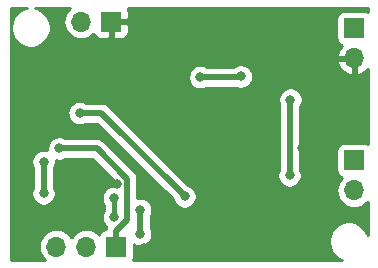
<source format=gbr>
G04 #@! TF.GenerationSoftware,KiCad,Pcbnew,5.1.2-f72e74a~84~ubuntu18.04.1*
G04 #@! TF.CreationDate,2019-12-19T12:51:00+00:00*
G04 #@! TF.ProjectId,mbus_guru,6d627573-5f67-4757-9275-2e6b69636164,rev?*
G04 #@! TF.SameCoordinates,Original*
G04 #@! TF.FileFunction,Copper,L2,Bot*
G04 #@! TF.FilePolarity,Positive*
%FSLAX46Y46*%
G04 Gerber Fmt 4.6, Leading zero omitted, Abs format (unit mm)*
G04 Created by KiCad (PCBNEW 5.1.2-f72e74a~84~ubuntu18.04.1) date 2019-12-19 12:51:00*
%MOMM*%
%LPD*%
G04 APERTURE LIST*
%ADD10O,1.700000X1.700000*%
%ADD11R,1.700000X1.700000*%
%ADD12C,0.800000*%
%ADD13C,0.500000*%
%ADD14C,0.400000*%
%ADD15C,0.254000*%
G04 APERTURE END LIST*
D10*
X127190500Y-100330000D03*
X129730500Y-100330000D03*
D11*
X132270500Y-100330000D03*
D10*
X129286000Y-81280000D03*
D11*
X131826000Y-81280000D03*
D10*
X152400000Y-84391500D03*
D11*
X152400000Y-81851500D03*
D10*
X152400000Y-95567500D03*
D11*
X152400000Y-93027500D03*
D12*
X138303000Y-90551000D03*
X132334000Y-94996000D03*
X127889000Y-89154000D03*
X144843500Y-97536000D03*
X148018500Y-95059500D03*
X148018500Y-91948000D03*
X149923500Y-91757500D03*
X152273000Y-86487000D03*
X140271500Y-100203000D03*
X134620000Y-100457000D03*
X124396500Y-90805000D03*
X139382500Y-85979000D03*
X142811500Y-85915500D03*
X129159000Y-89027000D03*
X138049000Y-96075500D03*
X127444500Y-92011500D03*
X134302500Y-99250500D03*
X134302500Y-97218500D03*
X132080000Y-96194500D03*
X132080000Y-97853500D03*
X146939000Y-94297500D03*
X147011000Y-87884000D03*
X126111000Y-95821500D03*
X126111000Y-93154500D03*
D13*
X139382500Y-85979000D02*
X142748000Y-85979000D01*
X142748000Y-85979000D02*
X142811500Y-85915500D01*
X131000500Y-89027000D02*
X129159000Y-89027000D01*
X138049000Y-96075500D02*
X131000500Y-89027000D01*
X132270500Y-98980000D02*
X132270500Y-100330000D01*
X133184001Y-98066499D02*
X132270500Y-98980000D01*
X133184001Y-94587999D02*
X133184001Y-98066499D01*
X130607502Y-92011500D02*
X133184001Y-94587999D01*
X127444500Y-92011500D02*
X130607502Y-92011500D01*
X134302500Y-97218500D02*
X134302500Y-99250500D01*
D14*
X132080000Y-96194500D02*
X132080000Y-97853500D01*
D13*
X146939000Y-94297500D02*
X146939000Y-87956000D01*
X146939000Y-87956000D02*
X147011000Y-87884000D01*
X126111000Y-95821500D02*
X126111000Y-93154500D01*
D15*
G36*
X124540004Y-80167754D02*
G01*
X124233353Y-80294772D01*
X123957375Y-80479175D01*
X123722675Y-80713875D01*
X123538272Y-80989853D01*
X123411254Y-81296504D01*
X123346500Y-81622042D01*
X123346500Y-81953958D01*
X123411254Y-82279496D01*
X123538272Y-82586147D01*
X123722675Y-82862125D01*
X123957375Y-83096825D01*
X124233353Y-83281228D01*
X124540004Y-83408246D01*
X124865542Y-83473000D01*
X125197458Y-83473000D01*
X125522996Y-83408246D01*
X125829647Y-83281228D01*
X126105625Y-83096825D01*
X126340325Y-82862125D01*
X126524728Y-82586147D01*
X126651746Y-82279496D01*
X126716500Y-81953958D01*
X126716500Y-81622042D01*
X126651746Y-81296504D01*
X126524728Y-80989853D01*
X126340325Y-80713875D01*
X126105625Y-80479175D01*
X125829647Y-80294772D01*
X125522996Y-80167754D01*
X125368386Y-80137000D01*
X128337931Y-80137000D01*
X128230866Y-80224866D01*
X128045294Y-80450986D01*
X127907401Y-80708966D01*
X127822487Y-80988889D01*
X127793815Y-81280000D01*
X127822487Y-81571111D01*
X127907401Y-81851034D01*
X128045294Y-82109014D01*
X128230866Y-82335134D01*
X128456986Y-82520706D01*
X128714966Y-82658599D01*
X128994889Y-82743513D01*
X129213050Y-82765000D01*
X129358950Y-82765000D01*
X129577111Y-82743513D01*
X129857034Y-82658599D01*
X130115014Y-82520706D01*
X130341134Y-82335134D01*
X130365607Y-82305313D01*
X130386498Y-82374180D01*
X130445463Y-82484494D01*
X130524815Y-82581185D01*
X130621506Y-82660537D01*
X130731820Y-82719502D01*
X130851518Y-82755812D01*
X130976000Y-82768072D01*
X131540250Y-82765000D01*
X131699000Y-82606250D01*
X131699000Y-81407000D01*
X131953000Y-81407000D01*
X131953000Y-82606250D01*
X132111750Y-82765000D01*
X132676000Y-82768072D01*
X132800482Y-82755812D01*
X132920180Y-82719502D01*
X133030494Y-82660537D01*
X133127185Y-82581185D01*
X133206537Y-82484494D01*
X133265502Y-82374180D01*
X133301812Y-82254482D01*
X133314072Y-82130000D01*
X133311000Y-81565750D01*
X133152250Y-81407000D01*
X131953000Y-81407000D01*
X131699000Y-81407000D01*
X131679000Y-81407000D01*
X131679000Y-81153000D01*
X131699000Y-81153000D01*
X131699000Y-81133000D01*
X131953000Y-81133000D01*
X131953000Y-81153000D01*
X133152250Y-81153000D01*
X133311000Y-80994250D01*
X133314072Y-80430000D01*
X133301812Y-80305518D01*
X133265502Y-80185820D01*
X133239407Y-80137000D01*
X153543000Y-80137000D01*
X153543000Y-80438093D01*
X153494180Y-80411998D01*
X153374482Y-80375688D01*
X153250000Y-80363428D01*
X151550000Y-80363428D01*
X151425518Y-80375688D01*
X151305820Y-80411998D01*
X151195506Y-80470963D01*
X151098815Y-80550315D01*
X151019463Y-80647006D01*
X150960498Y-80757320D01*
X150924188Y-80877018D01*
X150911928Y-81001500D01*
X150911928Y-82701500D01*
X150924188Y-82825982D01*
X150960498Y-82945680D01*
X151019463Y-83055994D01*
X151098815Y-83152685D01*
X151195506Y-83232037D01*
X151305820Y-83291002D01*
X151386466Y-83315466D01*
X151302412Y-83391231D01*
X151128359Y-83624580D01*
X151003175Y-83887401D01*
X150958524Y-84034610D01*
X151079845Y-84264500D01*
X152273000Y-84264500D01*
X152273000Y-84244500D01*
X152527000Y-84244500D01*
X152527000Y-84264500D01*
X152547000Y-84264500D01*
X152547000Y-84518500D01*
X152527000Y-84518500D01*
X152527000Y-85712314D01*
X152756891Y-85832981D01*
X153031252Y-85735657D01*
X153281355Y-85586678D01*
X153497588Y-85391769D01*
X153543000Y-85330886D01*
X153543000Y-91614093D01*
X153494180Y-91587998D01*
X153374482Y-91551688D01*
X153250000Y-91539428D01*
X151550000Y-91539428D01*
X151425518Y-91551688D01*
X151305820Y-91587998D01*
X151195506Y-91646963D01*
X151098815Y-91726315D01*
X151019463Y-91823006D01*
X150960498Y-91933320D01*
X150924188Y-92053018D01*
X150911928Y-92177500D01*
X150911928Y-93877500D01*
X150924188Y-94001982D01*
X150960498Y-94121680D01*
X151019463Y-94231994D01*
X151098815Y-94328685D01*
X151195506Y-94408037D01*
X151305820Y-94467002D01*
X151374687Y-94487893D01*
X151344866Y-94512366D01*
X151159294Y-94738486D01*
X151021401Y-94996466D01*
X150936487Y-95276389D01*
X150907815Y-95567500D01*
X150936487Y-95858611D01*
X151021401Y-96138534D01*
X151159294Y-96396514D01*
X151344866Y-96622634D01*
X151570986Y-96808206D01*
X151828966Y-96946099D01*
X152108889Y-97031013D01*
X152327050Y-97052500D01*
X152472950Y-97052500D01*
X152691111Y-97031013D01*
X152971034Y-96946099D01*
X153229014Y-96808206D01*
X153455134Y-96622634D01*
X153543000Y-96515569D01*
X153543000Y-99314948D01*
X153448728Y-99087353D01*
X153264325Y-98811375D01*
X153029625Y-98576675D01*
X152753647Y-98392272D01*
X152446996Y-98265254D01*
X152121458Y-98200500D01*
X151789542Y-98200500D01*
X151464004Y-98265254D01*
X151157353Y-98392272D01*
X150881375Y-98576675D01*
X150646675Y-98811375D01*
X150462272Y-99087353D01*
X150335254Y-99394004D01*
X150270500Y-99719542D01*
X150270500Y-100051458D01*
X150335254Y-100376996D01*
X150462272Y-100683647D01*
X150646675Y-100959625D01*
X150881375Y-101194325D01*
X151157353Y-101378728D01*
X151384948Y-101473000D01*
X133683907Y-101473000D01*
X133710002Y-101424180D01*
X133746312Y-101304482D01*
X133758572Y-101180000D01*
X133758572Y-100131843D01*
X133812244Y-100167705D01*
X134000602Y-100245726D01*
X134200561Y-100285500D01*
X134404439Y-100285500D01*
X134604398Y-100245726D01*
X134792756Y-100167705D01*
X134962274Y-100054437D01*
X135106437Y-99910274D01*
X135219705Y-99740756D01*
X135297726Y-99552398D01*
X135337500Y-99352439D01*
X135337500Y-99148561D01*
X135297726Y-98948602D01*
X135219705Y-98760244D01*
X135187500Y-98712046D01*
X135187500Y-97756954D01*
X135219705Y-97708756D01*
X135297726Y-97520398D01*
X135337500Y-97320439D01*
X135337500Y-97116561D01*
X135297726Y-96916602D01*
X135219705Y-96728244D01*
X135106437Y-96558726D01*
X134962274Y-96414563D01*
X134792756Y-96301295D01*
X134604398Y-96223274D01*
X134404439Y-96183500D01*
X134200561Y-96183500D01*
X134069001Y-96209669D01*
X134069001Y-94631468D01*
X134073282Y-94587999D01*
X134069001Y-94544530D01*
X134069001Y-94544522D01*
X134056196Y-94414509D01*
X134005590Y-94247686D01*
X133923412Y-94093940D01*
X133905164Y-94071705D01*
X133840533Y-93992952D01*
X133840531Y-93992950D01*
X133812818Y-93959182D01*
X133779051Y-93931470D01*
X131264036Y-91416456D01*
X131236319Y-91382683D01*
X131101561Y-91272089D01*
X130947815Y-91189911D01*
X130780992Y-91139305D01*
X130650979Y-91126500D01*
X130650971Y-91126500D01*
X130607502Y-91122219D01*
X130564033Y-91126500D01*
X127982954Y-91126500D01*
X127934756Y-91094295D01*
X127746398Y-91016274D01*
X127546439Y-90976500D01*
X127342561Y-90976500D01*
X127142602Y-91016274D01*
X126954244Y-91094295D01*
X126784726Y-91207563D01*
X126640563Y-91351726D01*
X126527295Y-91521244D01*
X126449274Y-91709602D01*
X126409500Y-91909561D01*
X126409500Y-92113439D01*
X126419131Y-92161856D01*
X126412898Y-92159274D01*
X126212939Y-92119500D01*
X126009061Y-92119500D01*
X125809102Y-92159274D01*
X125620744Y-92237295D01*
X125451226Y-92350563D01*
X125307063Y-92494726D01*
X125193795Y-92664244D01*
X125115774Y-92852602D01*
X125076000Y-93052561D01*
X125076000Y-93256439D01*
X125115774Y-93456398D01*
X125193795Y-93644756D01*
X125226001Y-93692955D01*
X125226000Y-95283045D01*
X125193795Y-95331244D01*
X125115774Y-95519602D01*
X125076000Y-95719561D01*
X125076000Y-95923439D01*
X125115774Y-96123398D01*
X125193795Y-96311756D01*
X125307063Y-96481274D01*
X125451226Y-96625437D01*
X125620744Y-96738705D01*
X125809102Y-96816726D01*
X126009061Y-96856500D01*
X126212939Y-96856500D01*
X126412898Y-96816726D01*
X126601256Y-96738705D01*
X126770774Y-96625437D01*
X126914937Y-96481274D01*
X127028205Y-96311756D01*
X127106226Y-96123398D01*
X127146000Y-95923439D01*
X127146000Y-95719561D01*
X127106226Y-95519602D01*
X127028205Y-95331244D01*
X126996000Y-95283046D01*
X126996000Y-93692954D01*
X127028205Y-93644756D01*
X127106226Y-93456398D01*
X127146000Y-93256439D01*
X127146000Y-93052561D01*
X127136369Y-93004144D01*
X127142602Y-93006726D01*
X127342561Y-93046500D01*
X127546439Y-93046500D01*
X127746398Y-93006726D01*
X127934756Y-92928705D01*
X127982954Y-92896500D01*
X130240924Y-92896500D01*
X132299001Y-94954578D01*
X132299001Y-95182785D01*
X132181939Y-95159500D01*
X131978061Y-95159500D01*
X131778102Y-95199274D01*
X131589744Y-95277295D01*
X131420226Y-95390563D01*
X131276063Y-95534726D01*
X131162795Y-95704244D01*
X131084774Y-95892602D01*
X131045000Y-96092561D01*
X131045000Y-96296439D01*
X131084774Y-96496398D01*
X131162795Y-96684756D01*
X131245000Y-96807785D01*
X131245001Y-97240214D01*
X131162795Y-97363244D01*
X131084774Y-97551602D01*
X131045000Y-97751561D01*
X131045000Y-97955439D01*
X131084774Y-98155398D01*
X131162795Y-98343756D01*
X131276063Y-98513274D01*
X131420226Y-98657437D01*
X131439600Y-98670382D01*
X131398305Y-98806511D01*
X131394565Y-98844482D01*
X131296018Y-98854188D01*
X131176320Y-98890498D01*
X131066006Y-98949463D01*
X130969315Y-99028815D01*
X130889963Y-99125506D01*
X130830998Y-99235820D01*
X130810107Y-99304687D01*
X130785634Y-99274866D01*
X130559514Y-99089294D01*
X130301534Y-98951401D01*
X130021611Y-98866487D01*
X129803450Y-98845000D01*
X129657550Y-98845000D01*
X129439389Y-98866487D01*
X129159466Y-98951401D01*
X128901486Y-99089294D01*
X128675366Y-99274866D01*
X128489794Y-99500986D01*
X128460500Y-99555791D01*
X128431206Y-99500986D01*
X128245634Y-99274866D01*
X128019514Y-99089294D01*
X127761534Y-98951401D01*
X127481611Y-98866487D01*
X127263450Y-98845000D01*
X127117550Y-98845000D01*
X126899389Y-98866487D01*
X126619466Y-98951401D01*
X126361486Y-99089294D01*
X126135366Y-99274866D01*
X125949794Y-99500986D01*
X125811901Y-99758966D01*
X125726987Y-100038889D01*
X125698315Y-100330000D01*
X125726987Y-100621111D01*
X125811901Y-100901034D01*
X125949794Y-101159014D01*
X126135366Y-101385134D01*
X126242431Y-101473000D01*
X123317000Y-101473000D01*
X123317000Y-88925061D01*
X128124000Y-88925061D01*
X128124000Y-89128939D01*
X128163774Y-89328898D01*
X128241795Y-89517256D01*
X128355063Y-89686774D01*
X128499226Y-89830937D01*
X128668744Y-89944205D01*
X128857102Y-90022226D01*
X129057061Y-90062000D01*
X129260939Y-90062000D01*
X129460898Y-90022226D01*
X129649256Y-89944205D01*
X129697454Y-89912000D01*
X130633922Y-89912000D01*
X137042465Y-96320544D01*
X137053774Y-96377398D01*
X137131795Y-96565756D01*
X137245063Y-96735274D01*
X137389226Y-96879437D01*
X137558744Y-96992705D01*
X137747102Y-97070726D01*
X137947061Y-97110500D01*
X138150939Y-97110500D01*
X138350898Y-97070726D01*
X138539256Y-96992705D01*
X138708774Y-96879437D01*
X138852937Y-96735274D01*
X138966205Y-96565756D01*
X139044226Y-96377398D01*
X139084000Y-96177439D01*
X139084000Y-95973561D01*
X139044226Y-95773602D01*
X138966205Y-95585244D01*
X138852937Y-95415726D01*
X138708774Y-95271563D01*
X138539256Y-95158295D01*
X138350898Y-95080274D01*
X138294044Y-95068965D01*
X137420640Y-94195561D01*
X145904000Y-94195561D01*
X145904000Y-94399439D01*
X145943774Y-94599398D01*
X146021795Y-94787756D01*
X146135063Y-94957274D01*
X146279226Y-95101437D01*
X146448744Y-95214705D01*
X146637102Y-95292726D01*
X146837061Y-95332500D01*
X147040939Y-95332500D01*
X147240898Y-95292726D01*
X147429256Y-95214705D01*
X147598774Y-95101437D01*
X147742937Y-94957274D01*
X147856205Y-94787756D01*
X147934226Y-94599398D01*
X147974000Y-94399439D01*
X147974000Y-94195561D01*
X147934226Y-93995602D01*
X147856205Y-93807244D01*
X147824000Y-93759046D01*
X147824000Y-88530210D01*
X147928205Y-88374256D01*
X148006226Y-88185898D01*
X148046000Y-87985939D01*
X148046000Y-87782061D01*
X148006226Y-87582102D01*
X147928205Y-87393744D01*
X147814937Y-87224226D01*
X147670774Y-87080063D01*
X147501256Y-86966795D01*
X147312898Y-86888774D01*
X147112939Y-86849000D01*
X146909061Y-86849000D01*
X146709102Y-86888774D01*
X146520744Y-86966795D01*
X146351226Y-87080063D01*
X146207063Y-87224226D01*
X146093795Y-87393744D01*
X146015774Y-87582102D01*
X145976000Y-87782061D01*
X145976000Y-87985939D01*
X146015774Y-88185898D01*
X146054001Y-88278185D01*
X146054000Y-93759046D01*
X146021795Y-93807244D01*
X145943774Y-93995602D01*
X145904000Y-94195561D01*
X137420640Y-94195561D01*
X131657034Y-88431956D01*
X131629317Y-88398183D01*
X131494559Y-88287589D01*
X131340813Y-88205411D01*
X131173990Y-88154805D01*
X131043977Y-88142000D01*
X131043969Y-88142000D01*
X131000500Y-88137719D01*
X130957031Y-88142000D01*
X129697454Y-88142000D01*
X129649256Y-88109795D01*
X129460898Y-88031774D01*
X129260939Y-87992000D01*
X129057061Y-87992000D01*
X128857102Y-88031774D01*
X128668744Y-88109795D01*
X128499226Y-88223063D01*
X128355063Y-88367226D01*
X128241795Y-88536744D01*
X128163774Y-88725102D01*
X128124000Y-88925061D01*
X123317000Y-88925061D01*
X123317000Y-85877061D01*
X138347500Y-85877061D01*
X138347500Y-86080939D01*
X138387274Y-86280898D01*
X138465295Y-86469256D01*
X138578563Y-86638774D01*
X138722726Y-86782937D01*
X138892244Y-86896205D01*
X139080602Y-86974226D01*
X139280561Y-87014000D01*
X139484439Y-87014000D01*
X139684398Y-86974226D01*
X139872756Y-86896205D01*
X139920954Y-86864000D01*
X142396796Y-86864000D01*
X142509602Y-86910726D01*
X142709561Y-86950500D01*
X142913439Y-86950500D01*
X143113398Y-86910726D01*
X143301756Y-86832705D01*
X143471274Y-86719437D01*
X143615437Y-86575274D01*
X143728705Y-86405756D01*
X143806726Y-86217398D01*
X143846500Y-86017439D01*
X143846500Y-85813561D01*
X143806726Y-85613602D01*
X143728705Y-85425244D01*
X143615437Y-85255726D01*
X143471274Y-85111563D01*
X143301756Y-84998295D01*
X143113398Y-84920274D01*
X142913439Y-84880500D01*
X142709561Y-84880500D01*
X142509602Y-84920274D01*
X142321244Y-84998295D01*
X142178011Y-85094000D01*
X139920954Y-85094000D01*
X139872756Y-85061795D01*
X139684398Y-84983774D01*
X139484439Y-84944000D01*
X139280561Y-84944000D01*
X139080602Y-84983774D01*
X138892244Y-85061795D01*
X138722726Y-85175063D01*
X138578563Y-85319226D01*
X138465295Y-85488744D01*
X138387274Y-85677102D01*
X138347500Y-85877061D01*
X123317000Y-85877061D01*
X123317000Y-84748390D01*
X150958524Y-84748390D01*
X151003175Y-84895599D01*
X151128359Y-85158420D01*
X151302412Y-85391769D01*
X151518645Y-85586678D01*
X151768748Y-85735657D01*
X152043109Y-85832981D01*
X152273000Y-85712314D01*
X152273000Y-84518500D01*
X151079845Y-84518500D01*
X150958524Y-84748390D01*
X123317000Y-84748390D01*
X123317000Y-80137000D01*
X124694614Y-80137000D01*
X124540004Y-80167754D01*
X124540004Y-80167754D01*
G37*
X124540004Y-80167754D02*
X124233353Y-80294772D01*
X123957375Y-80479175D01*
X123722675Y-80713875D01*
X123538272Y-80989853D01*
X123411254Y-81296504D01*
X123346500Y-81622042D01*
X123346500Y-81953958D01*
X123411254Y-82279496D01*
X123538272Y-82586147D01*
X123722675Y-82862125D01*
X123957375Y-83096825D01*
X124233353Y-83281228D01*
X124540004Y-83408246D01*
X124865542Y-83473000D01*
X125197458Y-83473000D01*
X125522996Y-83408246D01*
X125829647Y-83281228D01*
X126105625Y-83096825D01*
X126340325Y-82862125D01*
X126524728Y-82586147D01*
X126651746Y-82279496D01*
X126716500Y-81953958D01*
X126716500Y-81622042D01*
X126651746Y-81296504D01*
X126524728Y-80989853D01*
X126340325Y-80713875D01*
X126105625Y-80479175D01*
X125829647Y-80294772D01*
X125522996Y-80167754D01*
X125368386Y-80137000D01*
X128337931Y-80137000D01*
X128230866Y-80224866D01*
X128045294Y-80450986D01*
X127907401Y-80708966D01*
X127822487Y-80988889D01*
X127793815Y-81280000D01*
X127822487Y-81571111D01*
X127907401Y-81851034D01*
X128045294Y-82109014D01*
X128230866Y-82335134D01*
X128456986Y-82520706D01*
X128714966Y-82658599D01*
X128994889Y-82743513D01*
X129213050Y-82765000D01*
X129358950Y-82765000D01*
X129577111Y-82743513D01*
X129857034Y-82658599D01*
X130115014Y-82520706D01*
X130341134Y-82335134D01*
X130365607Y-82305313D01*
X130386498Y-82374180D01*
X130445463Y-82484494D01*
X130524815Y-82581185D01*
X130621506Y-82660537D01*
X130731820Y-82719502D01*
X130851518Y-82755812D01*
X130976000Y-82768072D01*
X131540250Y-82765000D01*
X131699000Y-82606250D01*
X131699000Y-81407000D01*
X131953000Y-81407000D01*
X131953000Y-82606250D01*
X132111750Y-82765000D01*
X132676000Y-82768072D01*
X132800482Y-82755812D01*
X132920180Y-82719502D01*
X133030494Y-82660537D01*
X133127185Y-82581185D01*
X133206537Y-82484494D01*
X133265502Y-82374180D01*
X133301812Y-82254482D01*
X133314072Y-82130000D01*
X133311000Y-81565750D01*
X133152250Y-81407000D01*
X131953000Y-81407000D01*
X131699000Y-81407000D01*
X131679000Y-81407000D01*
X131679000Y-81153000D01*
X131699000Y-81153000D01*
X131699000Y-81133000D01*
X131953000Y-81133000D01*
X131953000Y-81153000D01*
X133152250Y-81153000D01*
X133311000Y-80994250D01*
X133314072Y-80430000D01*
X133301812Y-80305518D01*
X133265502Y-80185820D01*
X133239407Y-80137000D01*
X153543000Y-80137000D01*
X153543000Y-80438093D01*
X153494180Y-80411998D01*
X153374482Y-80375688D01*
X153250000Y-80363428D01*
X151550000Y-80363428D01*
X151425518Y-80375688D01*
X151305820Y-80411998D01*
X151195506Y-80470963D01*
X151098815Y-80550315D01*
X151019463Y-80647006D01*
X150960498Y-80757320D01*
X150924188Y-80877018D01*
X150911928Y-81001500D01*
X150911928Y-82701500D01*
X150924188Y-82825982D01*
X150960498Y-82945680D01*
X151019463Y-83055994D01*
X151098815Y-83152685D01*
X151195506Y-83232037D01*
X151305820Y-83291002D01*
X151386466Y-83315466D01*
X151302412Y-83391231D01*
X151128359Y-83624580D01*
X151003175Y-83887401D01*
X150958524Y-84034610D01*
X151079845Y-84264500D01*
X152273000Y-84264500D01*
X152273000Y-84244500D01*
X152527000Y-84244500D01*
X152527000Y-84264500D01*
X152547000Y-84264500D01*
X152547000Y-84518500D01*
X152527000Y-84518500D01*
X152527000Y-85712314D01*
X152756891Y-85832981D01*
X153031252Y-85735657D01*
X153281355Y-85586678D01*
X153497588Y-85391769D01*
X153543000Y-85330886D01*
X153543000Y-91614093D01*
X153494180Y-91587998D01*
X153374482Y-91551688D01*
X153250000Y-91539428D01*
X151550000Y-91539428D01*
X151425518Y-91551688D01*
X151305820Y-91587998D01*
X151195506Y-91646963D01*
X151098815Y-91726315D01*
X151019463Y-91823006D01*
X150960498Y-91933320D01*
X150924188Y-92053018D01*
X150911928Y-92177500D01*
X150911928Y-93877500D01*
X150924188Y-94001982D01*
X150960498Y-94121680D01*
X151019463Y-94231994D01*
X151098815Y-94328685D01*
X151195506Y-94408037D01*
X151305820Y-94467002D01*
X151374687Y-94487893D01*
X151344866Y-94512366D01*
X151159294Y-94738486D01*
X151021401Y-94996466D01*
X150936487Y-95276389D01*
X150907815Y-95567500D01*
X150936487Y-95858611D01*
X151021401Y-96138534D01*
X151159294Y-96396514D01*
X151344866Y-96622634D01*
X151570986Y-96808206D01*
X151828966Y-96946099D01*
X152108889Y-97031013D01*
X152327050Y-97052500D01*
X152472950Y-97052500D01*
X152691111Y-97031013D01*
X152971034Y-96946099D01*
X153229014Y-96808206D01*
X153455134Y-96622634D01*
X153543000Y-96515569D01*
X153543000Y-99314948D01*
X153448728Y-99087353D01*
X153264325Y-98811375D01*
X153029625Y-98576675D01*
X152753647Y-98392272D01*
X152446996Y-98265254D01*
X152121458Y-98200500D01*
X151789542Y-98200500D01*
X151464004Y-98265254D01*
X151157353Y-98392272D01*
X150881375Y-98576675D01*
X150646675Y-98811375D01*
X150462272Y-99087353D01*
X150335254Y-99394004D01*
X150270500Y-99719542D01*
X150270500Y-100051458D01*
X150335254Y-100376996D01*
X150462272Y-100683647D01*
X150646675Y-100959625D01*
X150881375Y-101194325D01*
X151157353Y-101378728D01*
X151384948Y-101473000D01*
X133683907Y-101473000D01*
X133710002Y-101424180D01*
X133746312Y-101304482D01*
X133758572Y-101180000D01*
X133758572Y-100131843D01*
X133812244Y-100167705D01*
X134000602Y-100245726D01*
X134200561Y-100285500D01*
X134404439Y-100285500D01*
X134604398Y-100245726D01*
X134792756Y-100167705D01*
X134962274Y-100054437D01*
X135106437Y-99910274D01*
X135219705Y-99740756D01*
X135297726Y-99552398D01*
X135337500Y-99352439D01*
X135337500Y-99148561D01*
X135297726Y-98948602D01*
X135219705Y-98760244D01*
X135187500Y-98712046D01*
X135187500Y-97756954D01*
X135219705Y-97708756D01*
X135297726Y-97520398D01*
X135337500Y-97320439D01*
X135337500Y-97116561D01*
X135297726Y-96916602D01*
X135219705Y-96728244D01*
X135106437Y-96558726D01*
X134962274Y-96414563D01*
X134792756Y-96301295D01*
X134604398Y-96223274D01*
X134404439Y-96183500D01*
X134200561Y-96183500D01*
X134069001Y-96209669D01*
X134069001Y-94631468D01*
X134073282Y-94587999D01*
X134069001Y-94544530D01*
X134069001Y-94544522D01*
X134056196Y-94414509D01*
X134005590Y-94247686D01*
X133923412Y-94093940D01*
X133905164Y-94071705D01*
X133840533Y-93992952D01*
X133840531Y-93992950D01*
X133812818Y-93959182D01*
X133779051Y-93931470D01*
X131264036Y-91416456D01*
X131236319Y-91382683D01*
X131101561Y-91272089D01*
X130947815Y-91189911D01*
X130780992Y-91139305D01*
X130650979Y-91126500D01*
X130650971Y-91126500D01*
X130607502Y-91122219D01*
X130564033Y-91126500D01*
X127982954Y-91126500D01*
X127934756Y-91094295D01*
X127746398Y-91016274D01*
X127546439Y-90976500D01*
X127342561Y-90976500D01*
X127142602Y-91016274D01*
X126954244Y-91094295D01*
X126784726Y-91207563D01*
X126640563Y-91351726D01*
X126527295Y-91521244D01*
X126449274Y-91709602D01*
X126409500Y-91909561D01*
X126409500Y-92113439D01*
X126419131Y-92161856D01*
X126412898Y-92159274D01*
X126212939Y-92119500D01*
X126009061Y-92119500D01*
X125809102Y-92159274D01*
X125620744Y-92237295D01*
X125451226Y-92350563D01*
X125307063Y-92494726D01*
X125193795Y-92664244D01*
X125115774Y-92852602D01*
X125076000Y-93052561D01*
X125076000Y-93256439D01*
X125115774Y-93456398D01*
X125193795Y-93644756D01*
X125226001Y-93692955D01*
X125226000Y-95283045D01*
X125193795Y-95331244D01*
X125115774Y-95519602D01*
X125076000Y-95719561D01*
X125076000Y-95923439D01*
X125115774Y-96123398D01*
X125193795Y-96311756D01*
X125307063Y-96481274D01*
X125451226Y-96625437D01*
X125620744Y-96738705D01*
X125809102Y-96816726D01*
X126009061Y-96856500D01*
X126212939Y-96856500D01*
X126412898Y-96816726D01*
X126601256Y-96738705D01*
X126770774Y-96625437D01*
X126914937Y-96481274D01*
X127028205Y-96311756D01*
X127106226Y-96123398D01*
X127146000Y-95923439D01*
X127146000Y-95719561D01*
X127106226Y-95519602D01*
X127028205Y-95331244D01*
X126996000Y-95283046D01*
X126996000Y-93692954D01*
X127028205Y-93644756D01*
X127106226Y-93456398D01*
X127146000Y-93256439D01*
X127146000Y-93052561D01*
X127136369Y-93004144D01*
X127142602Y-93006726D01*
X127342561Y-93046500D01*
X127546439Y-93046500D01*
X127746398Y-93006726D01*
X127934756Y-92928705D01*
X127982954Y-92896500D01*
X130240924Y-92896500D01*
X132299001Y-94954578D01*
X132299001Y-95182785D01*
X132181939Y-95159500D01*
X131978061Y-95159500D01*
X131778102Y-95199274D01*
X131589744Y-95277295D01*
X131420226Y-95390563D01*
X131276063Y-95534726D01*
X131162795Y-95704244D01*
X131084774Y-95892602D01*
X131045000Y-96092561D01*
X131045000Y-96296439D01*
X131084774Y-96496398D01*
X131162795Y-96684756D01*
X131245000Y-96807785D01*
X131245001Y-97240214D01*
X131162795Y-97363244D01*
X131084774Y-97551602D01*
X131045000Y-97751561D01*
X131045000Y-97955439D01*
X131084774Y-98155398D01*
X131162795Y-98343756D01*
X131276063Y-98513274D01*
X131420226Y-98657437D01*
X131439600Y-98670382D01*
X131398305Y-98806511D01*
X131394565Y-98844482D01*
X131296018Y-98854188D01*
X131176320Y-98890498D01*
X131066006Y-98949463D01*
X130969315Y-99028815D01*
X130889963Y-99125506D01*
X130830998Y-99235820D01*
X130810107Y-99304687D01*
X130785634Y-99274866D01*
X130559514Y-99089294D01*
X130301534Y-98951401D01*
X130021611Y-98866487D01*
X129803450Y-98845000D01*
X129657550Y-98845000D01*
X129439389Y-98866487D01*
X129159466Y-98951401D01*
X128901486Y-99089294D01*
X128675366Y-99274866D01*
X128489794Y-99500986D01*
X128460500Y-99555791D01*
X128431206Y-99500986D01*
X128245634Y-99274866D01*
X128019514Y-99089294D01*
X127761534Y-98951401D01*
X127481611Y-98866487D01*
X127263450Y-98845000D01*
X127117550Y-98845000D01*
X126899389Y-98866487D01*
X126619466Y-98951401D01*
X126361486Y-99089294D01*
X126135366Y-99274866D01*
X125949794Y-99500986D01*
X125811901Y-99758966D01*
X125726987Y-100038889D01*
X125698315Y-100330000D01*
X125726987Y-100621111D01*
X125811901Y-100901034D01*
X125949794Y-101159014D01*
X126135366Y-101385134D01*
X126242431Y-101473000D01*
X123317000Y-101473000D01*
X123317000Y-88925061D01*
X128124000Y-88925061D01*
X128124000Y-89128939D01*
X128163774Y-89328898D01*
X128241795Y-89517256D01*
X128355063Y-89686774D01*
X128499226Y-89830937D01*
X128668744Y-89944205D01*
X128857102Y-90022226D01*
X129057061Y-90062000D01*
X129260939Y-90062000D01*
X129460898Y-90022226D01*
X129649256Y-89944205D01*
X129697454Y-89912000D01*
X130633922Y-89912000D01*
X137042465Y-96320544D01*
X137053774Y-96377398D01*
X137131795Y-96565756D01*
X137245063Y-96735274D01*
X137389226Y-96879437D01*
X137558744Y-96992705D01*
X137747102Y-97070726D01*
X137947061Y-97110500D01*
X138150939Y-97110500D01*
X138350898Y-97070726D01*
X138539256Y-96992705D01*
X138708774Y-96879437D01*
X138852937Y-96735274D01*
X138966205Y-96565756D01*
X139044226Y-96377398D01*
X139084000Y-96177439D01*
X139084000Y-95973561D01*
X139044226Y-95773602D01*
X138966205Y-95585244D01*
X138852937Y-95415726D01*
X138708774Y-95271563D01*
X138539256Y-95158295D01*
X138350898Y-95080274D01*
X138294044Y-95068965D01*
X137420640Y-94195561D01*
X145904000Y-94195561D01*
X145904000Y-94399439D01*
X145943774Y-94599398D01*
X146021795Y-94787756D01*
X146135063Y-94957274D01*
X146279226Y-95101437D01*
X146448744Y-95214705D01*
X146637102Y-95292726D01*
X146837061Y-95332500D01*
X147040939Y-95332500D01*
X147240898Y-95292726D01*
X147429256Y-95214705D01*
X147598774Y-95101437D01*
X147742937Y-94957274D01*
X147856205Y-94787756D01*
X147934226Y-94599398D01*
X147974000Y-94399439D01*
X147974000Y-94195561D01*
X147934226Y-93995602D01*
X147856205Y-93807244D01*
X147824000Y-93759046D01*
X147824000Y-88530210D01*
X147928205Y-88374256D01*
X148006226Y-88185898D01*
X148046000Y-87985939D01*
X148046000Y-87782061D01*
X148006226Y-87582102D01*
X147928205Y-87393744D01*
X147814937Y-87224226D01*
X147670774Y-87080063D01*
X147501256Y-86966795D01*
X147312898Y-86888774D01*
X147112939Y-86849000D01*
X146909061Y-86849000D01*
X146709102Y-86888774D01*
X146520744Y-86966795D01*
X146351226Y-87080063D01*
X146207063Y-87224226D01*
X146093795Y-87393744D01*
X146015774Y-87582102D01*
X145976000Y-87782061D01*
X145976000Y-87985939D01*
X146015774Y-88185898D01*
X146054001Y-88278185D01*
X146054000Y-93759046D01*
X146021795Y-93807244D01*
X145943774Y-93995602D01*
X145904000Y-94195561D01*
X137420640Y-94195561D01*
X131657034Y-88431956D01*
X131629317Y-88398183D01*
X131494559Y-88287589D01*
X131340813Y-88205411D01*
X131173990Y-88154805D01*
X131043977Y-88142000D01*
X131043969Y-88142000D01*
X131000500Y-88137719D01*
X130957031Y-88142000D01*
X129697454Y-88142000D01*
X129649256Y-88109795D01*
X129460898Y-88031774D01*
X129260939Y-87992000D01*
X129057061Y-87992000D01*
X128857102Y-88031774D01*
X128668744Y-88109795D01*
X128499226Y-88223063D01*
X128355063Y-88367226D01*
X128241795Y-88536744D01*
X128163774Y-88725102D01*
X128124000Y-88925061D01*
X123317000Y-88925061D01*
X123317000Y-85877061D01*
X138347500Y-85877061D01*
X138347500Y-86080939D01*
X138387274Y-86280898D01*
X138465295Y-86469256D01*
X138578563Y-86638774D01*
X138722726Y-86782937D01*
X138892244Y-86896205D01*
X139080602Y-86974226D01*
X139280561Y-87014000D01*
X139484439Y-87014000D01*
X139684398Y-86974226D01*
X139872756Y-86896205D01*
X139920954Y-86864000D01*
X142396796Y-86864000D01*
X142509602Y-86910726D01*
X142709561Y-86950500D01*
X142913439Y-86950500D01*
X143113398Y-86910726D01*
X143301756Y-86832705D01*
X143471274Y-86719437D01*
X143615437Y-86575274D01*
X143728705Y-86405756D01*
X143806726Y-86217398D01*
X143846500Y-86017439D01*
X143846500Y-85813561D01*
X143806726Y-85613602D01*
X143728705Y-85425244D01*
X143615437Y-85255726D01*
X143471274Y-85111563D01*
X143301756Y-84998295D01*
X143113398Y-84920274D01*
X142913439Y-84880500D01*
X142709561Y-84880500D01*
X142509602Y-84920274D01*
X142321244Y-84998295D01*
X142178011Y-85094000D01*
X139920954Y-85094000D01*
X139872756Y-85061795D01*
X139684398Y-84983774D01*
X139484439Y-84944000D01*
X139280561Y-84944000D01*
X139080602Y-84983774D01*
X138892244Y-85061795D01*
X138722726Y-85175063D01*
X138578563Y-85319226D01*
X138465295Y-85488744D01*
X138387274Y-85677102D01*
X138347500Y-85877061D01*
X123317000Y-85877061D01*
X123317000Y-84748390D01*
X150958524Y-84748390D01*
X151003175Y-84895599D01*
X151128359Y-85158420D01*
X151302412Y-85391769D01*
X151518645Y-85586678D01*
X151768748Y-85735657D01*
X152043109Y-85832981D01*
X152273000Y-85712314D01*
X152273000Y-84518500D01*
X151079845Y-84518500D01*
X150958524Y-84748390D01*
X123317000Y-84748390D01*
X123317000Y-80137000D01*
X124694614Y-80137000D01*
X124540004Y-80167754D01*
M02*

</source>
